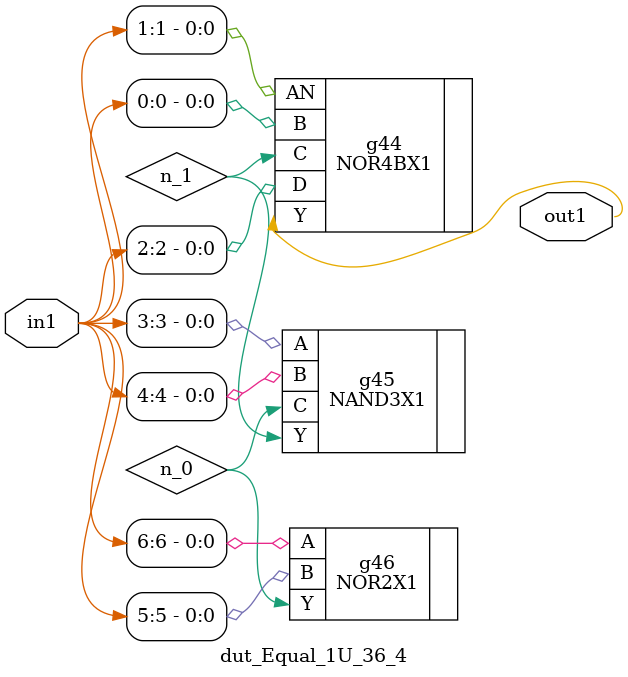
<source format=v>
`timescale 1ps / 1ps


module dut_Equal_1U_36_4(in1, out1);
  input [6:0] in1;
  output out1;
  wire [6:0] in1;
  wire out1;
  wire n_0, n_1;
  NOR4BX1 g44(.AN (in1[1]), .B (in1[0]), .C (n_1), .D (in1[2]), .Y
       (out1));
  NAND3X1 g45(.A (in1[3]), .B (in1[4]), .C (n_0), .Y (n_1));
  NOR2X1 g46(.A (in1[6]), .B (in1[5]), .Y (n_0));
endmodule



</source>
